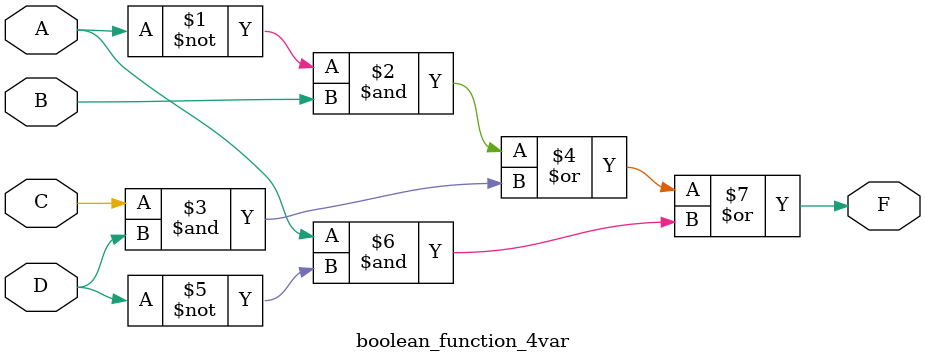
<source format=v>
module boolean_function_4var(
    input  wire A,
    input  wire B,
    input  wire C,
    input  wire D,
    output wire F
);

assign F = (~A & B) | (C & D) | (A & ~D);

endmodule

</source>
